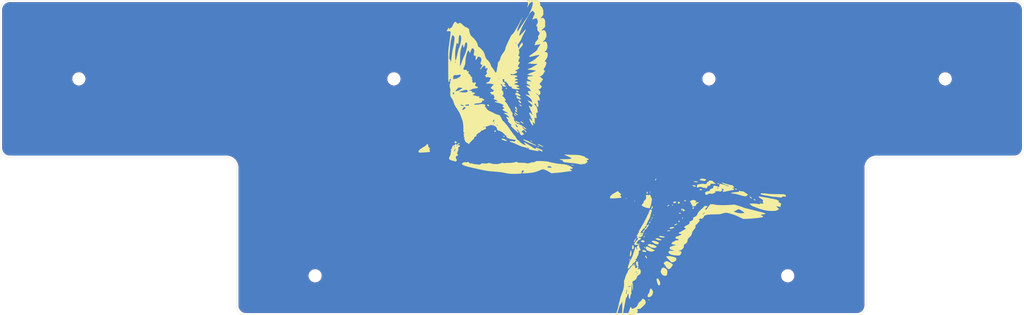
<source format=kicad_pcb>
(kicad_pcb (version 20210228) (generator pcbnew)
  (layers (0 "F.Cu" signal) (31 "B.Cu" signal) (34 "B.Paste" user) (35 "F.Paste" user) (36 "B.SilkS" user "B.Silkscreen") (37 "F.SilkS" user "F.Silkscreen") (38 "B.Mask" user) (39 "F.Mask" user) (44 "Edge.Cuts" user))
  (net 0 "")
  (footprint "MountingHole:MountingHole_2.2mm_M2" (layer "B.Cu") (at 256.38125 79.375 180)
    (fp_text reference "REF**" hide)
    (fp_text value "MountingHole_2.2mm_M2")
    (pad "1" np_thru_hole circle (at 0 0 180) (size 2.2 2.2) (drill 2.2) (layers *.Cu *.Mask))
  )
  (footprint "MountingHole:MountingHole_2.2mm_M2" (layer "B.Cu") (at 199.23125 79.375 180)
    (fp_text reference "REF**" hide)
    (fp_text value "MountingHole_2.2mm_M2")
    (pad "1" np_thru_hole circle (at 0 0 180) (size 2.2 2.2) (drill 2.2) (layers *.Cu *.Mask))
  )
  (footprint "MountingHole:MountingHole_2.2mm_M2" (layer "B.Cu") (at 218.28125 127 180)
    (fp_text reference "REF**" hide)
    (fp_text value "MountingHole_2.2mm_M2")
    (pad "1" np_thru_hole circle (at 0 0 180) (size 2.2 2.2) (drill 2.2) (layers *.Cu *.Mask))
  )
  (footprint "MountingHole:MountingHole_2.2mm_M2" (layer "B.Cu") (at 103.98125 127 180)
    (fp_text reference "REF**" hide)
    (fp_text value "MountingHole_2.2mm_M2")
    (pad "1" np_thru_hole circle (at 0 0 180) (size 2.2 2.2) (drill 2.2) (layers *.Cu *.Mask))
  )
  (footprint "MountingHole:MountingHole_2.2mm_M2" (layer "B.Cu") (at 123.03125 79.375 180)
    (fp_text reference "REF**" hide)
    (fp_text value "MountingHole_2.2mm_M2")
    (pad "1" np_thru_hole circle (at 0 0 180) (size 2.2 2.2) (drill 2.2) (layers *.Cu *.Mask))
  )
  (footprint "MountingHole:MountingHole_2.2mm_M2" (layer "B.Cu") (at 46.83125 79.375 180)
    (fp_text reference "REF**" hide)
    (fp_text value "MountingHole_2.2mm_M2")
    (pad "1" np_thru_hole circle (at 0 0 180) (size 2.2 2.2) (drill 2.2) (layers *.Cu *.Mask))
  )
  (footprint "uni-footprints:plovers" (layer "B.Cu") (at 194.46875 90.1192 180)
    (fp_text reference "Ref**" hide)
    (fp_text value "Val**" hide)
  )
  (gr_line (start 275.43125 62.70625) (end 275.43125 96.04375) (layer "Edge.Cuts") (width 0.05))
  (gr_line (start 27.78125 96.04375) (end 27.78125 62.70625) (layer "Edge.Cuts") (width 0.05))
  (gr_line (start 30.1625 60.325) (end 273.05 60.325) (layer "Edge.Cuts") (width 0.05))
  (gr_line (start 273.05 98.425) (end 239.7125 98.425) (layer "Edge.Cuts") (width 0.05))
  (gr_line (start 237.33125 100.80625) (end 237.33125 134.14375) (layer "Edge.Cuts") (width 0.05))
  (gr_line (start 234.95 136.525) (end 87.3125 136.525) (layer "Edge.Cuts") (width 0.05))
  (gr_line (start 84.93125 134.14375) (end 84.93125 100.80625) (layer "Edge.Cuts") (width 0.05))
  (gr_line (start 82.55 98.425) (end 30.1625 98.425) (layer "Edge.Cuts") (width 0.05))
  (gr_arc (start 234.95 134.14375) (end 237.33125 134.14375) (angle 90) (layer "Edge.Cuts") (width 0.05))
  (gr_arc (start 239.7125 100.80625) (end 237.33125 100.80625) (angle 90) (layer "Edge.Cuts") (width 0.05))
  (gr_arc (start 30.1625 62.70625) (end 27.78125 62.70625) (angle 90) (layer "Edge.Cuts") (width 0.05))
  (gr_arc (start 30.1625 96.04375) (end 30.1625 98.425) (angle 90) (layer "Edge.Cuts") (width 0.05))
  (gr_arc (start 273.05 62.70625) (end 273.05 60.325) (angle 90) (layer "Edge.Cuts") (width 0.05))
  (gr_arc (start 82.55 100.80625) (end 82.55 98.425) (angle 90) (layer "Edge.Cuts") (width 0.05))
  (gr_arc (start 273.05 96.04375) (end 275.43125 96.04375) (angle 90) (layer "Edge.Cuts") (width 0.05))
  (gr_arc (start 87.3125 134.14375) (end 87.3125 136.525) (angle 90) (layer "Edge.Cuts") (width 0.05))
  (zone (net 0) (net_name "") (layers F&B.Cu) (connect_pads (clearance 0.508)) (min_thickness 0.254) (fill yes (thermal_gap 0.508) (thermal_bridge_width 0.508))
    (polygon (pts (xy 27.78125 98.425) (xy 84.1375 99.21875) (xy 84.93125 136.525) (xy 237.33125 136.525) (xy 238.125 99.21875) (xy 275.43125 98.425) (xy 275.43125 60.325) (xy 27.78125 60.325)))
  )
)
</source>
